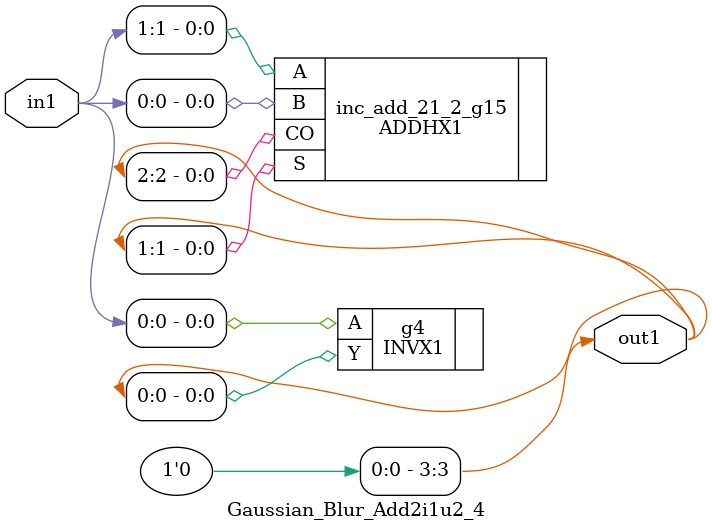
<source format=v>
`timescale 1ps / 1ps


module Gaussian_Blur_Add2i1u2_4(in1, out1);
  input [1:0] in1;
  output [3:0] out1;
  wire [1:0] in1;
  wire [3:0] out1;
  assign out1[3] = 1'b0;
  INVX1 g4(.A (in1[0]), .Y (out1[0]));
  ADDHX1 inc_add_21_2_g15(.A (in1[1]), .B (in1[0]), .CO (out1[2]), .S
       (out1[1]));
endmodule



</source>
